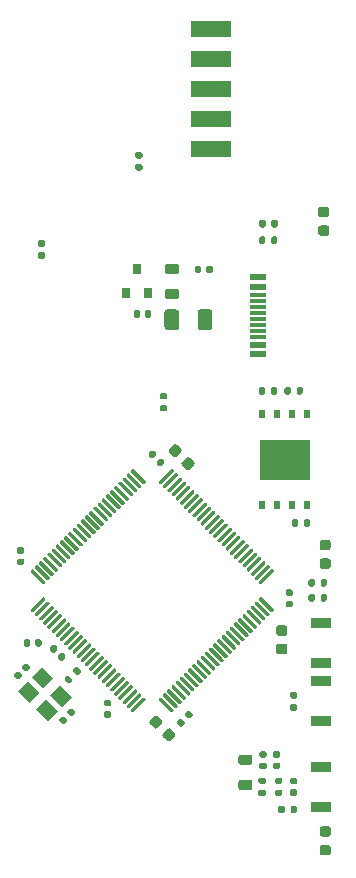
<source format=gbr>
%TF.GenerationSoftware,KiCad,Pcbnew,(5.1.9)-1*%
%TF.CreationDate,2021-03-10T22:07:46+01:00*%
%TF.ProjectId,poly_kb,706f6c79-5f6b-4622-9e6b-696361645f70,rev?*%
%TF.SameCoordinates,Original*%
%TF.FileFunction,Paste,Top*%
%TF.FilePolarity,Positive*%
%FSLAX46Y46*%
G04 Gerber Fmt 4.6, Leading zero omitted, Abs format (unit mm)*
G04 Created by KiCad (PCBNEW (5.1.9)-1) date 2021-03-10 22:07:46*
%MOMM*%
%LPD*%
G01*
G04 APERTURE LIST*
%ADD10R,3.500000X1.400000*%
%ADD11R,4.350000X3.450000*%
%ADD12R,0.500000X0.750000*%
%ADD13C,0.127000*%
%ADD14R,0.800000X0.900000*%
%ADD15R,1.700000X0.900000*%
%ADD16R,1.450000X0.600000*%
%ADD17R,1.450000X0.300000*%
G04 APERTURE END LIST*
D10*
%TO.C,J1*%
X550358000Y-169291000D03*
X550358000Y-166751000D03*
X550358000Y-164211000D03*
X550358000Y-161671000D03*
X550358000Y-159131000D03*
%TD*%
%TO.C,R12*%
G36*
G01*
X555029400Y-175405200D02*
X555029400Y-175775200D01*
G75*
G02*
X554894400Y-175910200I-135000J0D01*
G01*
X554624400Y-175910200D01*
G75*
G02*
X554489400Y-175775200I0J135000D01*
G01*
X554489400Y-175405200D01*
G75*
G02*
X554624400Y-175270200I135000J0D01*
G01*
X554894400Y-175270200D01*
G75*
G02*
X555029400Y-175405200I0J-135000D01*
G01*
G37*
G36*
G01*
X556049400Y-175405200D02*
X556049400Y-175775200D01*
G75*
G02*
X555914400Y-175910200I-135000J0D01*
G01*
X555644400Y-175910200D01*
G75*
G02*
X555509400Y-175775200I0J135000D01*
G01*
X555509400Y-175405200D01*
G75*
G02*
X555644400Y-175270200I135000J0D01*
G01*
X555914400Y-175270200D01*
G75*
G02*
X556049400Y-175405200I0J-135000D01*
G01*
G37*
%TD*%
%TO.C,R7*%
G36*
G01*
X559195000Y-205809000D02*
X559195000Y-206179000D01*
G75*
G02*
X559060000Y-206314000I-135000J0D01*
G01*
X558790000Y-206314000D01*
G75*
G02*
X558655000Y-206179000I0J135000D01*
G01*
X558655000Y-205809000D01*
G75*
G02*
X558790000Y-205674000I135000J0D01*
G01*
X559060000Y-205674000D01*
G75*
G02*
X559195000Y-205809000I0J-135000D01*
G01*
G37*
G36*
G01*
X560215000Y-205809000D02*
X560215000Y-206179000D01*
G75*
G02*
X560080000Y-206314000I-135000J0D01*
G01*
X559810000Y-206314000D01*
G75*
G02*
X559675000Y-206179000I0J135000D01*
G01*
X559675000Y-205809000D01*
G75*
G02*
X559810000Y-205674000I135000J0D01*
G01*
X560080000Y-205674000D01*
G75*
G02*
X560215000Y-205809000I0J-135000D01*
G01*
G37*
%TD*%
%TO.C,R6*%
G36*
G01*
X556655000Y-224986000D02*
X556655000Y-225356000D01*
G75*
G02*
X556520000Y-225491000I-135000J0D01*
G01*
X556250000Y-225491000D01*
G75*
G02*
X556115000Y-225356000I0J135000D01*
G01*
X556115000Y-224986000D01*
G75*
G02*
X556250000Y-224851000I135000J0D01*
G01*
X556520000Y-224851000D01*
G75*
G02*
X556655000Y-224986000I0J-135000D01*
G01*
G37*
G36*
G01*
X557675000Y-224986000D02*
X557675000Y-225356000D01*
G75*
G02*
X557540000Y-225491000I-135000J0D01*
G01*
X557270000Y-225491000D01*
G75*
G02*
X557135000Y-225356000I0J135000D01*
G01*
X557135000Y-224986000D01*
G75*
G02*
X557270000Y-224851000I135000J0D01*
G01*
X557540000Y-224851000D01*
G75*
G02*
X557675000Y-224986000I0J-135000D01*
G01*
G37*
%TD*%
%TO.C,R3*%
G36*
G01*
X559675000Y-207449000D02*
X559675000Y-207079000D01*
G75*
G02*
X559810000Y-206944000I135000J0D01*
G01*
X560080000Y-206944000D01*
G75*
G02*
X560215000Y-207079000I0J-135000D01*
G01*
X560215000Y-207449000D01*
G75*
G02*
X560080000Y-207584000I-135000J0D01*
G01*
X559810000Y-207584000D01*
G75*
G02*
X559675000Y-207449000I0J135000D01*
G01*
G37*
G36*
G01*
X558655000Y-207449000D02*
X558655000Y-207079000D01*
G75*
G02*
X558790000Y-206944000I135000J0D01*
G01*
X559060000Y-206944000D01*
G75*
G02*
X559195000Y-207079000I0J-135000D01*
G01*
X559195000Y-207449000D01*
G75*
G02*
X559060000Y-207584000I-135000J0D01*
G01*
X558790000Y-207584000D01*
G75*
G02*
X558655000Y-207449000I0J135000D01*
G01*
G37*
%TD*%
%TO.C,R1*%
G36*
G01*
X557588000Y-215787000D02*
X557218000Y-215787000D01*
G75*
G02*
X557083000Y-215652000I0J135000D01*
G01*
X557083000Y-215382000D01*
G75*
G02*
X557218000Y-215247000I135000J0D01*
G01*
X557588000Y-215247000D01*
G75*
G02*
X557723000Y-215382000I0J-135000D01*
G01*
X557723000Y-215652000D01*
G75*
G02*
X557588000Y-215787000I-135000J0D01*
G01*
G37*
G36*
G01*
X557588000Y-216807000D02*
X557218000Y-216807000D01*
G75*
G02*
X557083000Y-216672000I0J135000D01*
G01*
X557083000Y-216402000D01*
G75*
G02*
X557218000Y-216267000I135000J0D01*
G01*
X557588000Y-216267000D01*
G75*
G02*
X557723000Y-216402000I0J-135000D01*
G01*
X557723000Y-216672000D01*
G75*
G02*
X557588000Y-216807000I-135000J0D01*
G01*
G37*
%TD*%
D11*
%TO.C,U3*%
X556641000Y-195580000D03*
D12*
X554741000Y-199410000D03*
X556011000Y-199410000D03*
X558551000Y-199410000D03*
X557281000Y-199410000D03*
X558551000Y-191740000D03*
X557281000Y-191740000D03*
X554741000Y-191740000D03*
X556011000Y-191740000D03*
%TD*%
%TO.C,R13*%
G36*
G01*
X538408080Y-213856091D02*
X538669709Y-214117720D01*
G75*
G02*
X538669709Y-214308638I-95459J-95459D01*
G01*
X538478790Y-214499557D01*
G75*
G02*
X538287872Y-214499557I-95459J95459D01*
G01*
X538026243Y-214237928D01*
G75*
G02*
X538026243Y-214047010I95459J95459D01*
G01*
X538217162Y-213856091D01*
G75*
G02*
X538408080Y-213856091I95459J-95459D01*
G01*
G37*
G36*
G01*
X539129328Y-213134843D02*
X539390957Y-213396472D01*
G75*
G02*
X539390957Y-213587390I-95459J-95459D01*
G01*
X539200038Y-213778309D01*
G75*
G02*
X539009120Y-213778309I-95459J95459D01*
G01*
X538747491Y-213516680D01*
G75*
G02*
X538747491Y-213325762I95459J95459D01*
G01*
X538938410Y-213134843D01*
G75*
G02*
X539129328Y-213134843I95459J-95459D01*
G01*
G37*
%TD*%
%TO.C,C16*%
G36*
G01*
X534677629Y-213465787D02*
X534437213Y-213225371D01*
G75*
G02*
X534437213Y-213027381I98995J98995D01*
G01*
X534635203Y-212829391D01*
G75*
G02*
X534833193Y-212829391I98995J-98995D01*
G01*
X535073609Y-213069807D01*
G75*
G02*
X535073609Y-213267797I-98995J-98995D01*
G01*
X534875619Y-213465787D01*
G75*
G02*
X534677629Y-213465787I-98995J98995D01*
G01*
G37*
G36*
G01*
X533998807Y-214144609D02*
X533758391Y-213904193D01*
G75*
G02*
X533758391Y-213706203I98995J98995D01*
G01*
X533956381Y-213508213D01*
G75*
G02*
X534154371Y-213508213I98995J-98995D01*
G01*
X534394787Y-213748629D01*
G75*
G02*
X534394787Y-213946619I-98995J-98995D01*
G01*
X534196797Y-214144609D01*
G75*
G02*
X533998807Y-214144609I-98995J98995D01*
G01*
G37*
%TD*%
D13*
%TO.C,Y1*%
G36*
X535224984Y-213942431D02*
G01*
X536073512Y-213093903D01*
X537063462Y-214083853D01*
X536214934Y-214932381D01*
X535224984Y-213942431D01*
G37*
G36*
X536780619Y-215498066D02*
G01*
X537629147Y-214649538D01*
X538619097Y-215639488D01*
X537770569Y-216488016D01*
X536780619Y-215498066D01*
G37*
G36*
X535578538Y-216700147D02*
G01*
X536427066Y-215851619D01*
X537417016Y-216841569D01*
X536568488Y-217690097D01*
X535578538Y-216700147D01*
G37*
G36*
X534022903Y-215144512D02*
G01*
X534871431Y-214295984D01*
X535861381Y-215285934D01*
X535012853Y-216134462D01*
X534022903Y-215144512D01*
G37*
%TD*%
D14*
%TO.C,U1*%
X544118800Y-179441600D03*
X545068800Y-181441600D03*
X543168800Y-181441600D03*
%TD*%
D15*
%TO.C,SW3*%
X559689000Y-224966000D03*
X559689000Y-221566000D03*
%TD*%
%TO.C,SW2*%
X559689000Y-212774000D03*
X559689000Y-209374000D03*
%TD*%
%TO.C,SW1*%
X559689000Y-217727000D03*
X559689000Y-214327000D03*
%TD*%
%TO.C,R4*%
G36*
G01*
X546564400Y-190463200D02*
X546194400Y-190463200D01*
G75*
G02*
X546059400Y-190328200I0J135000D01*
G01*
X546059400Y-190058200D01*
G75*
G02*
X546194400Y-189923200I135000J0D01*
G01*
X546564400Y-189923200D01*
G75*
G02*
X546699400Y-190058200I0J-135000D01*
G01*
X546699400Y-190328200D01*
G75*
G02*
X546564400Y-190463200I-135000J0D01*
G01*
G37*
G36*
G01*
X546564400Y-191483200D02*
X546194400Y-191483200D01*
G75*
G02*
X546059400Y-191348200I0J135000D01*
G01*
X546059400Y-191078200D01*
G75*
G02*
X546194400Y-190943200I135000J0D01*
G01*
X546564400Y-190943200D01*
G75*
G02*
X546699400Y-191078200I0J-135000D01*
G01*
X546699400Y-191348200D01*
G75*
G02*
X546564400Y-191483200I-135000J0D01*
G01*
G37*
%TD*%
%TO.C,R15*%
G36*
G01*
X557796000Y-200729000D02*
X557796000Y-201099000D01*
G75*
G02*
X557661000Y-201234000I-135000J0D01*
G01*
X557391000Y-201234000D01*
G75*
G02*
X557256000Y-201099000I0J135000D01*
G01*
X557256000Y-200729000D01*
G75*
G02*
X557391000Y-200594000I135000J0D01*
G01*
X557661000Y-200594000D01*
G75*
G02*
X557796000Y-200729000I0J-135000D01*
G01*
G37*
G36*
G01*
X558816000Y-200729000D02*
X558816000Y-201099000D01*
G75*
G02*
X558681000Y-201234000I-135000J0D01*
G01*
X558411000Y-201234000D01*
G75*
G02*
X558276000Y-201099000I0J135000D01*
G01*
X558276000Y-200729000D01*
G75*
G02*
X558411000Y-200594000I135000J0D01*
G01*
X558681000Y-200594000D01*
G75*
G02*
X558816000Y-200729000I0J-135000D01*
G01*
G37*
%TD*%
%TO.C,R14*%
G36*
G01*
X557163000Y-189553000D02*
X557163000Y-189923000D01*
G75*
G02*
X557028000Y-190058000I-135000J0D01*
G01*
X556758000Y-190058000D01*
G75*
G02*
X556623000Y-189923000I0J135000D01*
G01*
X556623000Y-189553000D01*
G75*
G02*
X556758000Y-189418000I135000J0D01*
G01*
X557028000Y-189418000D01*
G75*
G02*
X557163000Y-189553000I0J-135000D01*
G01*
G37*
G36*
G01*
X558183000Y-189553000D02*
X558183000Y-189923000D01*
G75*
G02*
X558048000Y-190058000I-135000J0D01*
G01*
X557778000Y-190058000D01*
G75*
G02*
X557643000Y-189923000I0J135000D01*
G01*
X557643000Y-189553000D01*
G75*
G02*
X557778000Y-189418000I135000J0D01*
G01*
X558048000Y-189418000D01*
G75*
G02*
X558183000Y-189553000I0J-135000D01*
G01*
G37*
%TD*%
%TO.C,R11*%
G36*
G01*
X555484000Y-177172200D02*
X555484000Y-176802200D01*
G75*
G02*
X555619000Y-176667200I135000J0D01*
G01*
X555889000Y-176667200D01*
G75*
G02*
X556024000Y-176802200I0J-135000D01*
G01*
X556024000Y-177172200D01*
G75*
G02*
X555889000Y-177307200I-135000J0D01*
G01*
X555619000Y-177307200D01*
G75*
G02*
X555484000Y-177172200I0J135000D01*
G01*
G37*
G36*
G01*
X554464000Y-177172200D02*
X554464000Y-176802200D01*
G75*
G02*
X554599000Y-176667200I135000J0D01*
G01*
X554869000Y-176667200D01*
G75*
G02*
X555004000Y-176802200I0J-135000D01*
G01*
X555004000Y-177172200D01*
G75*
G02*
X554869000Y-177307200I-135000J0D01*
G01*
X554599000Y-177307200D01*
G75*
G02*
X554464000Y-177172200I0J135000D01*
G01*
G37*
%TD*%
%TO.C,R2*%
G36*
G01*
X555948000Y-223506000D02*
X556318000Y-223506000D01*
G75*
G02*
X556453000Y-223641000I0J-135000D01*
G01*
X556453000Y-223911000D01*
G75*
G02*
X556318000Y-224046000I-135000J0D01*
G01*
X555948000Y-224046000D01*
G75*
G02*
X555813000Y-223911000I0J135000D01*
G01*
X555813000Y-223641000D01*
G75*
G02*
X555948000Y-223506000I135000J0D01*
G01*
G37*
G36*
G01*
X555948000Y-222486000D02*
X556318000Y-222486000D01*
G75*
G02*
X556453000Y-222621000I0J-135000D01*
G01*
X556453000Y-222891000D01*
G75*
G02*
X556318000Y-223026000I-135000J0D01*
G01*
X555948000Y-223026000D01*
G75*
G02*
X555813000Y-222891000I0J135000D01*
G01*
X555813000Y-222621000D01*
G75*
G02*
X555948000Y-222486000I135000J0D01*
G01*
G37*
%TD*%
D16*
%TO.C,J2*%
X554374000Y-180138000D03*
X554374000Y-180938000D03*
X554374000Y-185838000D03*
X554374000Y-186638000D03*
X554374000Y-186638000D03*
X554374000Y-185838000D03*
X554374000Y-180938000D03*
X554374000Y-180138000D03*
D17*
X554374000Y-185138000D03*
X554374000Y-184638000D03*
X554374000Y-184138000D03*
X554374000Y-183138000D03*
X554374000Y-182638000D03*
X554374000Y-182138000D03*
X554374000Y-181638000D03*
X554374000Y-183638000D03*
%TD*%
%TO.C,FB1*%
G36*
G01*
X546709350Y-181117400D02*
X547471850Y-181117400D01*
G75*
G02*
X547690600Y-181336150I0J-218750D01*
G01*
X547690600Y-181773650D01*
G75*
G02*
X547471850Y-181992400I-218750J0D01*
G01*
X546709350Y-181992400D01*
G75*
G02*
X546490600Y-181773650I0J218750D01*
G01*
X546490600Y-181336150D01*
G75*
G02*
X546709350Y-181117400I218750J0D01*
G01*
G37*
G36*
G01*
X546709350Y-178992400D02*
X547471850Y-178992400D01*
G75*
G02*
X547690600Y-179211150I0J-218750D01*
G01*
X547690600Y-179648650D01*
G75*
G02*
X547471850Y-179867400I-218750J0D01*
G01*
X546709350Y-179867400D01*
G75*
G02*
X546490600Y-179648650I0J218750D01*
G01*
X546490600Y-179211150D01*
G75*
G02*
X546709350Y-178992400I218750J0D01*
G01*
G37*
%TD*%
%TO.C,D3*%
G36*
G01*
X560199250Y-175037000D02*
X559686750Y-175037000D01*
G75*
G02*
X559468000Y-174818250I0J218750D01*
G01*
X559468000Y-174380750D01*
G75*
G02*
X559686750Y-174162000I218750J0D01*
G01*
X560199250Y-174162000D01*
G75*
G02*
X560418000Y-174380750I0J-218750D01*
G01*
X560418000Y-174818250D01*
G75*
G02*
X560199250Y-175037000I-218750J0D01*
G01*
G37*
G36*
G01*
X560199250Y-176612000D02*
X559686750Y-176612000D01*
G75*
G02*
X559468000Y-176393250I0J218750D01*
G01*
X559468000Y-175955750D01*
G75*
G02*
X559686750Y-175737000I218750J0D01*
G01*
X560199250Y-175737000D01*
G75*
G02*
X560418000Y-175955750I0J-218750D01*
G01*
X560418000Y-176393250D01*
G75*
G02*
X560199250Y-176612000I-218750J0D01*
G01*
G37*
%TD*%
%TO.C,D2*%
G36*
G01*
X560326250Y-203231000D02*
X559813750Y-203231000D01*
G75*
G02*
X559595000Y-203012250I0J218750D01*
G01*
X559595000Y-202574750D01*
G75*
G02*
X559813750Y-202356000I218750J0D01*
G01*
X560326250Y-202356000D01*
G75*
G02*
X560545000Y-202574750I0J-218750D01*
G01*
X560545000Y-203012250D01*
G75*
G02*
X560326250Y-203231000I-218750J0D01*
G01*
G37*
G36*
G01*
X560326250Y-204806000D02*
X559813750Y-204806000D01*
G75*
G02*
X559595000Y-204587250I0J218750D01*
G01*
X559595000Y-204149750D01*
G75*
G02*
X559813750Y-203931000I218750J0D01*
G01*
X560326250Y-203931000D01*
G75*
G02*
X560545000Y-204149750I0J-218750D01*
G01*
X560545000Y-204587250D01*
G75*
G02*
X560326250Y-204806000I-218750J0D01*
G01*
G37*
%TD*%
%TO.C,D1*%
G36*
G01*
X559813750Y-228188000D02*
X560326250Y-228188000D01*
G75*
G02*
X560545000Y-228406750I0J-218750D01*
G01*
X560545000Y-228844250D01*
G75*
G02*
X560326250Y-229063000I-218750J0D01*
G01*
X559813750Y-229063000D01*
G75*
G02*
X559595000Y-228844250I0J218750D01*
G01*
X559595000Y-228406750D01*
G75*
G02*
X559813750Y-228188000I218750J0D01*
G01*
G37*
G36*
G01*
X559813750Y-226613000D02*
X560326250Y-226613000D01*
G75*
G02*
X560545000Y-226831750I0J-218750D01*
G01*
X560545000Y-227269250D01*
G75*
G02*
X560326250Y-227488000I-218750J0D01*
G01*
X559813750Y-227488000D01*
G75*
G02*
X559595000Y-227269250I0J218750D01*
G01*
X559595000Y-226831750D01*
G75*
G02*
X559813750Y-226613000I218750J0D01*
G01*
G37*
%TD*%
%TO.C,C1*%
G36*
G01*
X557573000Y-223066000D02*
X557233000Y-223066000D01*
G75*
G02*
X557093000Y-222926000I0J140000D01*
G01*
X557093000Y-222646000D01*
G75*
G02*
X557233000Y-222506000I140000J0D01*
G01*
X557573000Y-222506000D01*
G75*
G02*
X557713000Y-222646000I0J-140000D01*
G01*
X557713000Y-222926000D01*
G75*
G02*
X557573000Y-223066000I-140000J0D01*
G01*
G37*
G36*
G01*
X557573000Y-224026000D02*
X557233000Y-224026000D01*
G75*
G02*
X557093000Y-223886000I0J140000D01*
G01*
X557093000Y-223606000D01*
G75*
G02*
X557233000Y-223466000I140000J0D01*
G01*
X557573000Y-223466000D01*
G75*
G02*
X557713000Y-223606000I0J-140000D01*
G01*
X557713000Y-223886000D01*
G75*
G02*
X557573000Y-224026000I-140000J0D01*
G01*
G37*
%TD*%
%TO.C,C3*%
G36*
G01*
X544401400Y-183065600D02*
X544401400Y-183405600D01*
G75*
G02*
X544261400Y-183545600I-140000J0D01*
G01*
X543981400Y-183545600D01*
G75*
G02*
X543841400Y-183405600I0J140000D01*
G01*
X543841400Y-183065600D01*
G75*
G02*
X543981400Y-182925600I140000J0D01*
G01*
X544261400Y-182925600D01*
G75*
G02*
X544401400Y-183065600I0J-140000D01*
G01*
G37*
G36*
G01*
X545361400Y-183065600D02*
X545361400Y-183405600D01*
G75*
G02*
X545221400Y-183545600I-140000J0D01*
G01*
X544941400Y-183545600D01*
G75*
G02*
X544801400Y-183405600I0J140000D01*
G01*
X544801400Y-183065600D01*
G75*
G02*
X544941400Y-182925600I140000J0D01*
G01*
X545221400Y-182925600D01*
G75*
G02*
X545361400Y-183065600I0J-140000D01*
G01*
G37*
%TD*%
%TO.C,C2*%
G36*
G01*
X549983000Y-179621000D02*
X549983000Y-179281000D01*
G75*
G02*
X550123000Y-179141000I140000J0D01*
G01*
X550403000Y-179141000D01*
G75*
G02*
X550543000Y-179281000I0J-140000D01*
G01*
X550543000Y-179621000D01*
G75*
G02*
X550403000Y-179761000I-140000J0D01*
G01*
X550123000Y-179761000D01*
G75*
G02*
X549983000Y-179621000I0J140000D01*
G01*
G37*
G36*
G01*
X549023000Y-179621000D02*
X549023000Y-179281000D01*
G75*
G02*
X549163000Y-179141000I140000J0D01*
G01*
X549443000Y-179141000D01*
G75*
G02*
X549583000Y-179281000I0J-140000D01*
G01*
X549583000Y-179621000D01*
G75*
G02*
X549443000Y-179761000I-140000J0D01*
G01*
X549163000Y-179761000D01*
G75*
G02*
X549023000Y-179621000I0J140000D01*
G01*
G37*
%TD*%
%TO.C,C15*%
G36*
G01*
X547850367Y-194944813D02*
X547496813Y-195298367D01*
G75*
G02*
X547178615Y-195298367I-159099J159099D01*
G01*
X546860417Y-194980169D01*
G75*
G02*
X546860417Y-194661971I159099J159099D01*
G01*
X547213971Y-194308417D01*
G75*
G02*
X547532169Y-194308417I159099J-159099D01*
G01*
X547850367Y-194626615D01*
G75*
G02*
X547850367Y-194944813I-159099J-159099D01*
G01*
G37*
G36*
G01*
X548946383Y-196040829D02*
X548592829Y-196394383D01*
G75*
G02*
X548274631Y-196394383I-159099J159099D01*
G01*
X547956433Y-196076185D01*
G75*
G02*
X547956433Y-195757987I159099J159099D01*
G01*
X548309987Y-195404433D01*
G75*
G02*
X548628185Y-195404433I159099J-159099D01*
G01*
X548946383Y-195722631D01*
G75*
G02*
X548946383Y-196040829I-159099J-159099D01*
G01*
G37*
%TD*%
%TO.C,C14*%
G36*
G01*
X556137000Y-211145000D02*
X556637000Y-211145000D01*
G75*
G02*
X556862000Y-211370000I0J-225000D01*
G01*
X556862000Y-211820000D01*
G75*
G02*
X556637000Y-212045000I-225000J0D01*
G01*
X556137000Y-212045000D01*
G75*
G02*
X555912000Y-211820000I0J225000D01*
G01*
X555912000Y-211370000D01*
G75*
G02*
X556137000Y-211145000I225000J0D01*
G01*
G37*
G36*
G01*
X556137000Y-209595000D02*
X556637000Y-209595000D01*
G75*
G02*
X556862000Y-209820000I0J-225000D01*
G01*
X556862000Y-210270000D01*
G75*
G02*
X556637000Y-210495000I-225000J0D01*
G01*
X556137000Y-210495000D01*
G75*
G02*
X555912000Y-210270000I0J225000D01*
G01*
X555912000Y-209820000D01*
G75*
G02*
X556137000Y-209595000I225000J0D01*
G01*
G37*
%TD*%
%TO.C,C13*%
G36*
G01*
X534459000Y-203533400D02*
X534119000Y-203533400D01*
G75*
G02*
X533979000Y-203393400I0J140000D01*
G01*
X533979000Y-203113400D01*
G75*
G02*
X534119000Y-202973400I140000J0D01*
G01*
X534459000Y-202973400D01*
G75*
G02*
X534599000Y-203113400I0J-140000D01*
G01*
X534599000Y-203393400D01*
G75*
G02*
X534459000Y-203533400I-140000J0D01*
G01*
G37*
G36*
G01*
X534459000Y-204493400D02*
X534119000Y-204493400D01*
G75*
G02*
X533979000Y-204353400I0J140000D01*
G01*
X533979000Y-204073400D01*
G75*
G02*
X534119000Y-203933400I140000J0D01*
G01*
X534459000Y-203933400D01*
G75*
G02*
X534599000Y-204073400I0J-140000D01*
G01*
X534599000Y-204353400D01*
G75*
G02*
X534459000Y-204493400I-140000J0D01*
G01*
G37*
%TD*%
%TO.C,C12*%
G36*
G01*
X545748587Y-195191371D02*
X545508171Y-195431787D01*
G75*
G02*
X545310181Y-195431787I-98995J98995D01*
G01*
X545112191Y-195233797D01*
G75*
G02*
X545112191Y-195035807I98995J98995D01*
G01*
X545352607Y-194795391D01*
G75*
G02*
X545550597Y-194795391I98995J-98995D01*
G01*
X545748587Y-194993381D01*
G75*
G02*
X545748587Y-195191371I-98995J-98995D01*
G01*
G37*
G36*
G01*
X546427409Y-195870193D02*
X546186993Y-196110609D01*
G75*
G02*
X545989003Y-196110609I-98995J98995D01*
G01*
X545791013Y-195912619D01*
G75*
G02*
X545791013Y-195714629I98995J98995D01*
G01*
X546031429Y-195474213D01*
G75*
G02*
X546229419Y-195474213I98995J-98995D01*
G01*
X546427409Y-195672203D01*
G75*
G02*
X546427409Y-195870193I-98995J-98995D01*
G01*
G37*
%TD*%
%TO.C,C5*%
G36*
G01*
X554982200Y-220805400D02*
X554642200Y-220805400D01*
G75*
G02*
X554502200Y-220665400I0J140000D01*
G01*
X554502200Y-220385400D01*
G75*
G02*
X554642200Y-220245400I140000J0D01*
G01*
X554982200Y-220245400D01*
G75*
G02*
X555122200Y-220385400I0J-140000D01*
G01*
X555122200Y-220665400D01*
G75*
G02*
X554982200Y-220805400I-140000J0D01*
G01*
G37*
G36*
G01*
X554982200Y-221765400D02*
X554642200Y-221765400D01*
G75*
G02*
X554502200Y-221625400I0J140000D01*
G01*
X554502200Y-221345400D01*
G75*
G02*
X554642200Y-221205400I140000J0D01*
G01*
X554982200Y-221205400D01*
G75*
G02*
X555122200Y-221345400I0J-140000D01*
G01*
X555122200Y-221625400D01*
G75*
G02*
X554982200Y-221765400I-140000J0D01*
G01*
G37*
%TD*%
%TO.C,C4*%
G36*
G01*
X556125200Y-220805400D02*
X555785200Y-220805400D01*
G75*
G02*
X555645200Y-220665400I0J140000D01*
G01*
X555645200Y-220385400D01*
G75*
G02*
X555785200Y-220245400I140000J0D01*
G01*
X556125200Y-220245400D01*
G75*
G02*
X556265200Y-220385400I0J-140000D01*
G01*
X556265200Y-220665400D01*
G75*
G02*
X556125200Y-220805400I-140000J0D01*
G01*
G37*
G36*
G01*
X556125200Y-221765400D02*
X555785200Y-221765400D01*
G75*
G02*
X555645200Y-221625400I0J140000D01*
G01*
X555645200Y-221345400D01*
G75*
G02*
X555785200Y-221205400I140000J0D01*
G01*
X556125200Y-221205400D01*
G75*
G02*
X556265200Y-221345400I0J-140000D01*
G01*
X556265200Y-221625400D01*
G75*
G02*
X556125200Y-221765400I-140000J0D01*
G01*
G37*
%TD*%
%TO.C,C11*%
G36*
G01*
X541485000Y-216862000D02*
X541825000Y-216862000D01*
G75*
G02*
X541965000Y-217002000I0J-140000D01*
G01*
X541965000Y-217282000D01*
G75*
G02*
X541825000Y-217422000I-140000J0D01*
G01*
X541485000Y-217422000D01*
G75*
G02*
X541345000Y-217282000I0J140000D01*
G01*
X541345000Y-217002000D01*
G75*
G02*
X541485000Y-216862000I140000J0D01*
G01*
G37*
G36*
G01*
X541485000Y-215902000D02*
X541825000Y-215902000D01*
G75*
G02*
X541965000Y-216042000I0J-140000D01*
G01*
X541965000Y-216322000D01*
G75*
G02*
X541825000Y-216462000I-140000J0D01*
G01*
X541485000Y-216462000D01*
G75*
G02*
X541345000Y-216322000I0J140000D01*
G01*
X541345000Y-216042000D01*
G75*
G02*
X541485000Y-215902000I140000J0D01*
G01*
G37*
%TD*%
%TO.C,C10*%
G36*
G01*
X557192000Y-207114800D02*
X556852000Y-207114800D01*
G75*
G02*
X556712000Y-206974800I0J140000D01*
G01*
X556712000Y-206694800D01*
G75*
G02*
X556852000Y-206554800I140000J0D01*
G01*
X557192000Y-206554800D01*
G75*
G02*
X557332000Y-206694800I0J-140000D01*
G01*
X557332000Y-206974800D01*
G75*
G02*
X557192000Y-207114800I-140000J0D01*
G01*
G37*
G36*
G01*
X557192000Y-208074800D02*
X556852000Y-208074800D01*
G75*
G02*
X556712000Y-207934800I0J140000D01*
G01*
X556712000Y-207654800D01*
G75*
G02*
X556852000Y-207514800I140000J0D01*
G01*
X557192000Y-207514800D01*
G75*
G02*
X557332000Y-207654800I0J-140000D01*
G01*
X557332000Y-207934800D01*
G75*
G02*
X557192000Y-208074800I-140000J0D01*
G01*
G37*
%TD*%
%TO.C,C9*%
G36*
G01*
X535105000Y-210904000D02*
X535105000Y-211244000D01*
G75*
G02*
X534965000Y-211384000I-140000J0D01*
G01*
X534685000Y-211384000D01*
G75*
G02*
X534545000Y-211244000I0J140000D01*
G01*
X534545000Y-210904000D01*
G75*
G02*
X534685000Y-210764000I140000J0D01*
G01*
X534965000Y-210764000D01*
G75*
G02*
X535105000Y-210904000I0J-140000D01*
G01*
G37*
G36*
G01*
X536065000Y-210904000D02*
X536065000Y-211244000D01*
G75*
G02*
X535925000Y-211384000I-140000J0D01*
G01*
X535645000Y-211384000D01*
G75*
G02*
X535505000Y-211244000I0J140000D01*
G01*
X535505000Y-210904000D01*
G75*
G02*
X535645000Y-210764000I140000J0D01*
G01*
X535925000Y-210764000D01*
G75*
G02*
X536065000Y-210904000I0J-140000D01*
G01*
G37*
%TD*%
%TO.C,C8*%
G36*
G01*
X537401198Y-211659782D02*
X537160782Y-211900198D01*
G75*
G02*
X536962792Y-211900198I-98995J98995D01*
G01*
X536764802Y-211702208D01*
G75*
G02*
X536764802Y-211504218I98995J98995D01*
G01*
X537005218Y-211263802D01*
G75*
G02*
X537203208Y-211263802I98995J-98995D01*
G01*
X537401198Y-211461792D01*
G75*
G02*
X537401198Y-211659782I-98995J-98995D01*
G01*
G37*
G36*
G01*
X538080020Y-212338604D02*
X537839604Y-212579020D01*
G75*
G02*
X537641614Y-212579020I-98995J98995D01*
G01*
X537443624Y-212381030D01*
G75*
G02*
X537443624Y-212183040I98995J98995D01*
G01*
X537684040Y-211942624D01*
G75*
G02*
X537882030Y-211942624I98995J-98995D01*
G01*
X538080020Y-212140614D01*
G75*
G02*
X538080020Y-212338604I-98995J-98995D01*
G01*
G37*
%TD*%
%TO.C,C7*%
G36*
G01*
X547921171Y-217521413D02*
X548161587Y-217761829D01*
G75*
G02*
X548161587Y-217959819I-98995J-98995D01*
G01*
X547963597Y-218157809D01*
G75*
G02*
X547765607Y-218157809I-98995J98995D01*
G01*
X547525191Y-217917393D01*
G75*
G02*
X547525191Y-217719403I98995J98995D01*
G01*
X547723181Y-217521413D01*
G75*
G02*
X547921171Y-217521413I98995J-98995D01*
G01*
G37*
G36*
G01*
X548599993Y-216842591D02*
X548840409Y-217083007D01*
G75*
G02*
X548840409Y-217280997I-98995J-98995D01*
G01*
X548642419Y-217478987D01*
G75*
G02*
X548444429Y-217478987I-98995J98995D01*
G01*
X548204013Y-217238571D01*
G75*
G02*
X548204013Y-217040581I98995J98995D01*
G01*
X548402003Y-216842591D01*
G75*
G02*
X548599993Y-216842591I98995J-98995D01*
G01*
G37*
%TD*%
%TO.C,C6*%
G36*
G01*
X546341625Y-218730379D02*
X546695179Y-218376825D01*
G75*
G02*
X547013377Y-218376825I159099J-159099D01*
G01*
X547331575Y-218695023D01*
G75*
G02*
X547331575Y-219013221I-159099J-159099D01*
G01*
X546978021Y-219366775D01*
G75*
G02*
X546659823Y-219366775I-159099J159099D01*
G01*
X546341625Y-219048577D01*
G75*
G02*
X546341625Y-218730379I159099J159099D01*
G01*
G37*
G36*
G01*
X545245609Y-217634363D02*
X545599163Y-217280809D01*
G75*
G02*
X545917361Y-217280809I159099J-159099D01*
G01*
X546235559Y-217599007D01*
G75*
G02*
X546235559Y-217917205I-159099J-159099D01*
G01*
X545882005Y-218270759D01*
G75*
G02*
X545563807Y-218270759I-159099J159099D01*
G01*
X545245609Y-217952561D01*
G75*
G02*
X545245609Y-217634363I159099J159099D01*
G01*
G37*
%TD*%
%TO.C,R10*%
G36*
G01*
X555482000Y-189923000D02*
X555482000Y-189553000D01*
G75*
G02*
X555617000Y-189418000I135000J0D01*
G01*
X555887000Y-189418000D01*
G75*
G02*
X556022000Y-189553000I0J-135000D01*
G01*
X556022000Y-189923000D01*
G75*
G02*
X555887000Y-190058000I-135000J0D01*
G01*
X555617000Y-190058000D01*
G75*
G02*
X555482000Y-189923000I0J135000D01*
G01*
G37*
G36*
G01*
X554462000Y-189923000D02*
X554462000Y-189553000D01*
G75*
G02*
X554597000Y-189418000I135000J0D01*
G01*
X554867000Y-189418000D01*
G75*
G02*
X555002000Y-189553000I0J-135000D01*
G01*
X555002000Y-189923000D01*
G75*
G02*
X554867000Y-190058000I-135000J0D01*
G01*
X554597000Y-190058000D01*
G75*
G02*
X554462000Y-189923000I0J135000D01*
G01*
G37*
%TD*%
%TO.C,R9*%
G36*
G01*
X554921000Y-223026000D02*
X554551000Y-223026000D01*
G75*
G02*
X554416000Y-222891000I0J135000D01*
G01*
X554416000Y-222621000D01*
G75*
G02*
X554551000Y-222486000I135000J0D01*
G01*
X554921000Y-222486000D01*
G75*
G02*
X555056000Y-222621000I0J-135000D01*
G01*
X555056000Y-222891000D01*
G75*
G02*
X554921000Y-223026000I-135000J0D01*
G01*
G37*
G36*
G01*
X554921000Y-224046000D02*
X554551000Y-224046000D01*
G75*
G02*
X554416000Y-223911000I0J135000D01*
G01*
X554416000Y-223641000D01*
G75*
G02*
X554551000Y-223506000I135000J0D01*
G01*
X554921000Y-223506000D01*
G75*
G02*
X555056000Y-223641000I0J-135000D01*
G01*
X555056000Y-223911000D01*
G75*
G02*
X554921000Y-224046000I-135000J0D01*
G01*
G37*
%TD*%
%TO.C,R8*%
G36*
G01*
X536226600Y-177534600D02*
X535856600Y-177534600D01*
G75*
G02*
X535721600Y-177399600I0J135000D01*
G01*
X535721600Y-177129600D01*
G75*
G02*
X535856600Y-176994600I135000J0D01*
G01*
X536226600Y-176994600D01*
G75*
G02*
X536361600Y-177129600I0J-135000D01*
G01*
X536361600Y-177399600D01*
G75*
G02*
X536226600Y-177534600I-135000J0D01*
G01*
G37*
G36*
G01*
X536226600Y-178554600D02*
X535856600Y-178554600D01*
G75*
G02*
X535721600Y-178419600I0J135000D01*
G01*
X535721600Y-178149600D01*
G75*
G02*
X535856600Y-178014600I135000J0D01*
G01*
X536226600Y-178014600D01*
G75*
G02*
X536361600Y-178149600I0J-135000D01*
G01*
X536361600Y-178419600D01*
G75*
G02*
X536226600Y-178554600I-135000J0D01*
G01*
G37*
%TD*%
%TO.C,R5*%
G36*
G01*
X544481600Y-170067000D02*
X544111600Y-170067000D01*
G75*
G02*
X543976600Y-169932000I0J135000D01*
G01*
X543976600Y-169662000D01*
G75*
G02*
X544111600Y-169527000I135000J0D01*
G01*
X544481600Y-169527000D01*
G75*
G02*
X544616600Y-169662000I0J-135000D01*
G01*
X544616600Y-169932000D01*
G75*
G02*
X544481600Y-170067000I-135000J0D01*
G01*
G37*
G36*
G01*
X544481600Y-171087000D02*
X544111600Y-171087000D01*
G75*
G02*
X543976600Y-170952000I0J135000D01*
G01*
X543976600Y-170682000D01*
G75*
G02*
X544111600Y-170547000I135000J0D01*
G01*
X544481600Y-170547000D01*
G75*
G02*
X544616600Y-170682000I0J-135000D01*
G01*
X544616600Y-170952000D01*
G75*
G02*
X544481600Y-171087000I-135000J0D01*
G01*
G37*
%TD*%
%TO.C,FB2*%
G36*
G01*
X552932350Y-222671800D02*
X553694850Y-222671800D01*
G75*
G02*
X553913600Y-222890550I0J-218750D01*
G01*
X553913600Y-223328050D01*
G75*
G02*
X553694850Y-223546800I-218750J0D01*
G01*
X552932350Y-223546800D01*
G75*
G02*
X552713600Y-223328050I0J218750D01*
G01*
X552713600Y-222890550D01*
G75*
G02*
X552932350Y-222671800I218750J0D01*
G01*
G37*
G36*
G01*
X552932350Y-220546800D02*
X553694850Y-220546800D01*
G75*
G02*
X553913600Y-220765550I0J-218750D01*
G01*
X553913600Y-221203050D01*
G75*
G02*
X553694850Y-221421800I-218750J0D01*
G01*
X552932350Y-221421800D01*
G75*
G02*
X552713600Y-221203050I0J218750D01*
G01*
X552713600Y-220765550D01*
G75*
G02*
X552932350Y-220546800I218750J0D01*
G01*
G37*
%TD*%
%TO.C,F1*%
G36*
G01*
X549262600Y-184343200D02*
X549262600Y-183093200D01*
G75*
G02*
X549512600Y-182843200I250000J0D01*
G01*
X550262600Y-182843200D01*
G75*
G02*
X550512600Y-183093200I0J-250000D01*
G01*
X550512600Y-184343200D01*
G75*
G02*
X550262600Y-184593200I-250000J0D01*
G01*
X549512600Y-184593200D01*
G75*
G02*
X549262600Y-184343200I0J250000D01*
G01*
G37*
G36*
G01*
X546462600Y-184343200D02*
X546462600Y-183093200D01*
G75*
G02*
X546712600Y-182843200I250000J0D01*
G01*
X547462600Y-182843200D01*
G75*
G02*
X547712600Y-183093200I0J-250000D01*
G01*
X547712600Y-184343200D01*
G75*
G02*
X547462600Y-184593200I-250000J0D01*
G01*
X546712600Y-184593200D01*
G75*
G02*
X546462600Y-184343200I0J250000D01*
G01*
G37*
%TD*%
%TO.C,C17*%
G36*
G01*
X537964371Y-217318213D02*
X538204787Y-217558629D01*
G75*
G02*
X538204787Y-217756619I-98995J-98995D01*
G01*
X538006797Y-217954609D01*
G75*
G02*
X537808807Y-217954609I-98995J98995D01*
G01*
X537568391Y-217714193D01*
G75*
G02*
X537568391Y-217516203I98995J98995D01*
G01*
X537766381Y-217318213D01*
G75*
G02*
X537964371Y-217318213I98995J-98995D01*
G01*
G37*
G36*
G01*
X538643193Y-216639391D02*
X538883609Y-216879807D01*
G75*
G02*
X538883609Y-217077797I-98995J-98995D01*
G01*
X538685619Y-217275787D01*
G75*
G02*
X538487629Y-217275787I-98995J98995D01*
G01*
X538247213Y-217035371D01*
G75*
G02*
X538247213Y-216837381I98995J98995D01*
G01*
X538445203Y-216639391D01*
G75*
G02*
X538643193Y-216639391I98995J-98995D01*
G01*
G37*
%TD*%
%TO.C,U2*%
G36*
G01*
X536167946Y-206097269D02*
X535142642Y-205071965D01*
G75*
G02*
X535142642Y-204965899I53033J53033D01*
G01*
X535248708Y-204859833D01*
G75*
G02*
X535354774Y-204859833I53033J-53033D01*
G01*
X536380078Y-205885137D01*
G75*
G02*
X536380078Y-205991203I-53033J-53033D01*
G01*
X536274012Y-206097269D01*
G75*
G02*
X536167946Y-206097269I-53033J53033D01*
G01*
G37*
G36*
G01*
X536521499Y-205743716D02*
X535496195Y-204718412D01*
G75*
G02*
X535496195Y-204612346I53033J53033D01*
G01*
X535602261Y-204506280D01*
G75*
G02*
X535708327Y-204506280I53033J-53033D01*
G01*
X536733631Y-205531584D01*
G75*
G02*
X536733631Y-205637650I-53033J-53033D01*
G01*
X536627565Y-205743716D01*
G75*
G02*
X536521499Y-205743716I-53033J53033D01*
G01*
G37*
G36*
G01*
X536875053Y-205390162D02*
X535849749Y-204364858D01*
G75*
G02*
X535849749Y-204258792I53033J53033D01*
G01*
X535955815Y-204152726D01*
G75*
G02*
X536061881Y-204152726I53033J-53033D01*
G01*
X537087185Y-205178030D01*
G75*
G02*
X537087185Y-205284096I-53033J-53033D01*
G01*
X536981119Y-205390162D01*
G75*
G02*
X536875053Y-205390162I-53033J53033D01*
G01*
G37*
G36*
G01*
X537228606Y-205036609D02*
X536203302Y-204011305D01*
G75*
G02*
X536203302Y-203905239I53033J53033D01*
G01*
X536309368Y-203799173D01*
G75*
G02*
X536415434Y-203799173I53033J-53033D01*
G01*
X537440738Y-204824477D01*
G75*
G02*
X537440738Y-204930543I-53033J-53033D01*
G01*
X537334672Y-205036609D01*
G75*
G02*
X537228606Y-205036609I-53033J53033D01*
G01*
G37*
G36*
G01*
X537582159Y-204683056D02*
X536556855Y-203657752D01*
G75*
G02*
X536556855Y-203551686I53033J53033D01*
G01*
X536662921Y-203445620D01*
G75*
G02*
X536768987Y-203445620I53033J-53033D01*
G01*
X537794291Y-204470924D01*
G75*
G02*
X537794291Y-204576990I-53033J-53033D01*
G01*
X537688225Y-204683056D01*
G75*
G02*
X537582159Y-204683056I-53033J53033D01*
G01*
G37*
G36*
G01*
X537935713Y-204329502D02*
X536910409Y-203304198D01*
G75*
G02*
X536910409Y-203198132I53033J53033D01*
G01*
X537016475Y-203092066D01*
G75*
G02*
X537122541Y-203092066I53033J-53033D01*
G01*
X538147845Y-204117370D01*
G75*
G02*
X538147845Y-204223436I-53033J-53033D01*
G01*
X538041779Y-204329502D01*
G75*
G02*
X537935713Y-204329502I-53033J53033D01*
G01*
G37*
G36*
G01*
X538289266Y-203975949D02*
X537263962Y-202950645D01*
G75*
G02*
X537263962Y-202844579I53033J53033D01*
G01*
X537370028Y-202738513D01*
G75*
G02*
X537476094Y-202738513I53033J-53033D01*
G01*
X538501398Y-203763817D01*
G75*
G02*
X538501398Y-203869883I-53033J-53033D01*
G01*
X538395332Y-203975949D01*
G75*
G02*
X538289266Y-203975949I-53033J53033D01*
G01*
G37*
G36*
G01*
X538642820Y-203622395D02*
X537617516Y-202597091D01*
G75*
G02*
X537617516Y-202491025I53033J53033D01*
G01*
X537723582Y-202384959D01*
G75*
G02*
X537829648Y-202384959I53033J-53033D01*
G01*
X538854952Y-203410263D01*
G75*
G02*
X538854952Y-203516329I-53033J-53033D01*
G01*
X538748886Y-203622395D01*
G75*
G02*
X538642820Y-203622395I-53033J53033D01*
G01*
G37*
G36*
G01*
X538996373Y-203268842D02*
X537971069Y-202243538D01*
G75*
G02*
X537971069Y-202137472I53033J53033D01*
G01*
X538077135Y-202031406D01*
G75*
G02*
X538183201Y-202031406I53033J-53033D01*
G01*
X539208505Y-203056710D01*
G75*
G02*
X539208505Y-203162776I-53033J-53033D01*
G01*
X539102439Y-203268842D01*
G75*
G02*
X538996373Y-203268842I-53033J53033D01*
G01*
G37*
G36*
G01*
X539349926Y-202915289D02*
X538324622Y-201889985D01*
G75*
G02*
X538324622Y-201783919I53033J53033D01*
G01*
X538430688Y-201677853D01*
G75*
G02*
X538536754Y-201677853I53033J-53033D01*
G01*
X539562058Y-202703157D01*
G75*
G02*
X539562058Y-202809223I-53033J-53033D01*
G01*
X539455992Y-202915289D01*
G75*
G02*
X539349926Y-202915289I-53033J53033D01*
G01*
G37*
G36*
G01*
X539703480Y-202561735D02*
X538678176Y-201536431D01*
G75*
G02*
X538678176Y-201430365I53033J53033D01*
G01*
X538784242Y-201324299D01*
G75*
G02*
X538890308Y-201324299I53033J-53033D01*
G01*
X539915612Y-202349603D01*
G75*
G02*
X539915612Y-202455669I-53033J-53033D01*
G01*
X539809546Y-202561735D01*
G75*
G02*
X539703480Y-202561735I-53033J53033D01*
G01*
G37*
G36*
G01*
X540057033Y-202208182D02*
X539031729Y-201182878D01*
G75*
G02*
X539031729Y-201076812I53033J53033D01*
G01*
X539137795Y-200970746D01*
G75*
G02*
X539243861Y-200970746I53033J-53033D01*
G01*
X540269165Y-201996050D01*
G75*
G02*
X540269165Y-202102116I-53033J-53033D01*
G01*
X540163099Y-202208182D01*
G75*
G02*
X540057033Y-202208182I-53033J53033D01*
G01*
G37*
G36*
G01*
X540410586Y-201854628D02*
X539385282Y-200829324D01*
G75*
G02*
X539385282Y-200723258I53033J53033D01*
G01*
X539491348Y-200617192D01*
G75*
G02*
X539597414Y-200617192I53033J-53033D01*
G01*
X540622718Y-201642496D01*
G75*
G02*
X540622718Y-201748562I-53033J-53033D01*
G01*
X540516652Y-201854628D01*
G75*
G02*
X540410586Y-201854628I-53033J53033D01*
G01*
G37*
G36*
G01*
X540764140Y-201501075D02*
X539738836Y-200475771D01*
G75*
G02*
X539738836Y-200369705I53033J53033D01*
G01*
X539844902Y-200263639D01*
G75*
G02*
X539950968Y-200263639I53033J-53033D01*
G01*
X540976272Y-201288943D01*
G75*
G02*
X540976272Y-201395009I-53033J-53033D01*
G01*
X540870206Y-201501075D01*
G75*
G02*
X540764140Y-201501075I-53033J53033D01*
G01*
G37*
G36*
G01*
X541117693Y-201147522D02*
X540092389Y-200122218D01*
G75*
G02*
X540092389Y-200016152I53033J53033D01*
G01*
X540198455Y-199910086D01*
G75*
G02*
X540304521Y-199910086I53033J-53033D01*
G01*
X541329825Y-200935390D01*
G75*
G02*
X541329825Y-201041456I-53033J-53033D01*
G01*
X541223759Y-201147522D01*
G75*
G02*
X541117693Y-201147522I-53033J53033D01*
G01*
G37*
G36*
G01*
X541471247Y-200793968D02*
X540445943Y-199768664D01*
G75*
G02*
X540445943Y-199662598I53033J53033D01*
G01*
X540552009Y-199556532D01*
G75*
G02*
X540658075Y-199556532I53033J-53033D01*
G01*
X541683379Y-200581836D01*
G75*
G02*
X541683379Y-200687902I-53033J-53033D01*
G01*
X541577313Y-200793968D01*
G75*
G02*
X541471247Y-200793968I-53033J53033D01*
G01*
G37*
G36*
G01*
X541824800Y-200440415D02*
X540799496Y-199415111D01*
G75*
G02*
X540799496Y-199309045I53033J53033D01*
G01*
X540905562Y-199202979D01*
G75*
G02*
X541011628Y-199202979I53033J-53033D01*
G01*
X542036932Y-200228283D01*
G75*
G02*
X542036932Y-200334349I-53033J-53033D01*
G01*
X541930866Y-200440415D01*
G75*
G02*
X541824800Y-200440415I-53033J53033D01*
G01*
G37*
G36*
G01*
X542178353Y-200086862D02*
X541153049Y-199061558D01*
G75*
G02*
X541153049Y-198955492I53033J53033D01*
G01*
X541259115Y-198849426D01*
G75*
G02*
X541365181Y-198849426I53033J-53033D01*
G01*
X542390485Y-199874730D01*
G75*
G02*
X542390485Y-199980796I-53033J-53033D01*
G01*
X542284419Y-200086862D01*
G75*
G02*
X542178353Y-200086862I-53033J53033D01*
G01*
G37*
G36*
G01*
X542531907Y-199733308D02*
X541506603Y-198708004D01*
G75*
G02*
X541506603Y-198601938I53033J53033D01*
G01*
X541612669Y-198495872D01*
G75*
G02*
X541718735Y-198495872I53033J-53033D01*
G01*
X542744039Y-199521176D01*
G75*
G02*
X542744039Y-199627242I-53033J-53033D01*
G01*
X542637973Y-199733308D01*
G75*
G02*
X542531907Y-199733308I-53033J53033D01*
G01*
G37*
G36*
G01*
X542885460Y-199379755D02*
X541860156Y-198354451D01*
G75*
G02*
X541860156Y-198248385I53033J53033D01*
G01*
X541966222Y-198142319D01*
G75*
G02*
X542072288Y-198142319I53033J-53033D01*
G01*
X543097592Y-199167623D01*
G75*
G02*
X543097592Y-199273689I-53033J-53033D01*
G01*
X542991526Y-199379755D01*
G75*
G02*
X542885460Y-199379755I-53033J53033D01*
G01*
G37*
G36*
G01*
X543239014Y-199026201D02*
X542213710Y-198000897D01*
G75*
G02*
X542213710Y-197894831I53033J53033D01*
G01*
X542319776Y-197788765D01*
G75*
G02*
X542425842Y-197788765I53033J-53033D01*
G01*
X543451146Y-198814069D01*
G75*
G02*
X543451146Y-198920135I-53033J-53033D01*
G01*
X543345080Y-199026201D01*
G75*
G02*
X543239014Y-199026201I-53033J53033D01*
G01*
G37*
G36*
G01*
X543592567Y-198672648D02*
X542567263Y-197647344D01*
G75*
G02*
X542567263Y-197541278I53033J53033D01*
G01*
X542673329Y-197435212D01*
G75*
G02*
X542779395Y-197435212I53033J-53033D01*
G01*
X543804699Y-198460516D01*
G75*
G02*
X543804699Y-198566582I-53033J-53033D01*
G01*
X543698633Y-198672648D01*
G75*
G02*
X543592567Y-198672648I-53033J53033D01*
G01*
G37*
G36*
G01*
X543946120Y-198319095D02*
X542920816Y-197293791D01*
G75*
G02*
X542920816Y-197187725I53033J53033D01*
G01*
X543026882Y-197081659D01*
G75*
G02*
X543132948Y-197081659I53033J-53033D01*
G01*
X544158252Y-198106963D01*
G75*
G02*
X544158252Y-198213029I-53033J-53033D01*
G01*
X544052186Y-198319095D01*
G75*
G02*
X543946120Y-198319095I-53033J53033D01*
G01*
G37*
G36*
G01*
X544299674Y-197965541D02*
X543274370Y-196940237D01*
G75*
G02*
X543274370Y-196834171I53033J53033D01*
G01*
X543380436Y-196728105D01*
G75*
G02*
X543486502Y-196728105I53033J-53033D01*
G01*
X544511806Y-197753409D01*
G75*
G02*
X544511806Y-197859475I-53033J-53033D01*
G01*
X544405740Y-197965541D01*
G75*
G02*
X544299674Y-197965541I-53033J53033D01*
G01*
G37*
G36*
G01*
X544653227Y-197611988D02*
X543627923Y-196586684D01*
G75*
G02*
X543627923Y-196480618I53033J53033D01*
G01*
X543733989Y-196374552D01*
G75*
G02*
X543840055Y-196374552I53033J-53033D01*
G01*
X544865359Y-197399856D01*
G75*
G02*
X544865359Y-197505922I-53033J-53033D01*
G01*
X544759293Y-197611988D01*
G75*
G02*
X544653227Y-197611988I-53033J53033D01*
G01*
G37*
G36*
G01*
X546102797Y-197611988D02*
X545996731Y-197505922D01*
G75*
G02*
X545996731Y-197399856I53033J53033D01*
G01*
X547022035Y-196374552D01*
G75*
G02*
X547128101Y-196374552I53033J-53033D01*
G01*
X547234167Y-196480618D01*
G75*
G02*
X547234167Y-196586684I-53033J-53033D01*
G01*
X546208863Y-197611988D01*
G75*
G02*
X546102797Y-197611988I-53033J53033D01*
G01*
G37*
G36*
G01*
X546456350Y-197965541D02*
X546350284Y-197859475D01*
G75*
G02*
X546350284Y-197753409I53033J53033D01*
G01*
X547375588Y-196728105D01*
G75*
G02*
X547481654Y-196728105I53033J-53033D01*
G01*
X547587720Y-196834171D01*
G75*
G02*
X547587720Y-196940237I-53033J-53033D01*
G01*
X546562416Y-197965541D01*
G75*
G02*
X546456350Y-197965541I-53033J53033D01*
G01*
G37*
G36*
G01*
X546809904Y-198319095D02*
X546703838Y-198213029D01*
G75*
G02*
X546703838Y-198106963I53033J53033D01*
G01*
X547729142Y-197081659D01*
G75*
G02*
X547835208Y-197081659I53033J-53033D01*
G01*
X547941274Y-197187725D01*
G75*
G02*
X547941274Y-197293791I-53033J-53033D01*
G01*
X546915970Y-198319095D01*
G75*
G02*
X546809904Y-198319095I-53033J53033D01*
G01*
G37*
G36*
G01*
X547163457Y-198672648D02*
X547057391Y-198566582D01*
G75*
G02*
X547057391Y-198460516I53033J53033D01*
G01*
X548082695Y-197435212D01*
G75*
G02*
X548188761Y-197435212I53033J-53033D01*
G01*
X548294827Y-197541278D01*
G75*
G02*
X548294827Y-197647344I-53033J-53033D01*
G01*
X547269523Y-198672648D01*
G75*
G02*
X547163457Y-198672648I-53033J53033D01*
G01*
G37*
G36*
G01*
X547517010Y-199026201D02*
X547410944Y-198920135D01*
G75*
G02*
X547410944Y-198814069I53033J53033D01*
G01*
X548436248Y-197788765D01*
G75*
G02*
X548542314Y-197788765I53033J-53033D01*
G01*
X548648380Y-197894831D01*
G75*
G02*
X548648380Y-198000897I-53033J-53033D01*
G01*
X547623076Y-199026201D01*
G75*
G02*
X547517010Y-199026201I-53033J53033D01*
G01*
G37*
G36*
G01*
X547870564Y-199379755D02*
X547764498Y-199273689D01*
G75*
G02*
X547764498Y-199167623I53033J53033D01*
G01*
X548789802Y-198142319D01*
G75*
G02*
X548895868Y-198142319I53033J-53033D01*
G01*
X549001934Y-198248385D01*
G75*
G02*
X549001934Y-198354451I-53033J-53033D01*
G01*
X547976630Y-199379755D01*
G75*
G02*
X547870564Y-199379755I-53033J53033D01*
G01*
G37*
G36*
G01*
X548224117Y-199733308D02*
X548118051Y-199627242D01*
G75*
G02*
X548118051Y-199521176I53033J53033D01*
G01*
X549143355Y-198495872D01*
G75*
G02*
X549249421Y-198495872I53033J-53033D01*
G01*
X549355487Y-198601938D01*
G75*
G02*
X549355487Y-198708004I-53033J-53033D01*
G01*
X548330183Y-199733308D01*
G75*
G02*
X548224117Y-199733308I-53033J53033D01*
G01*
G37*
G36*
G01*
X548577671Y-200086862D02*
X548471605Y-199980796D01*
G75*
G02*
X548471605Y-199874730I53033J53033D01*
G01*
X549496909Y-198849426D01*
G75*
G02*
X549602975Y-198849426I53033J-53033D01*
G01*
X549709041Y-198955492D01*
G75*
G02*
X549709041Y-199061558I-53033J-53033D01*
G01*
X548683737Y-200086862D01*
G75*
G02*
X548577671Y-200086862I-53033J53033D01*
G01*
G37*
G36*
G01*
X548931224Y-200440415D02*
X548825158Y-200334349D01*
G75*
G02*
X548825158Y-200228283I53033J53033D01*
G01*
X549850462Y-199202979D01*
G75*
G02*
X549956528Y-199202979I53033J-53033D01*
G01*
X550062594Y-199309045D01*
G75*
G02*
X550062594Y-199415111I-53033J-53033D01*
G01*
X549037290Y-200440415D01*
G75*
G02*
X548931224Y-200440415I-53033J53033D01*
G01*
G37*
G36*
G01*
X549284777Y-200793968D02*
X549178711Y-200687902D01*
G75*
G02*
X549178711Y-200581836I53033J53033D01*
G01*
X550204015Y-199556532D01*
G75*
G02*
X550310081Y-199556532I53033J-53033D01*
G01*
X550416147Y-199662598D01*
G75*
G02*
X550416147Y-199768664I-53033J-53033D01*
G01*
X549390843Y-200793968D01*
G75*
G02*
X549284777Y-200793968I-53033J53033D01*
G01*
G37*
G36*
G01*
X549638331Y-201147522D02*
X549532265Y-201041456D01*
G75*
G02*
X549532265Y-200935390I53033J53033D01*
G01*
X550557569Y-199910086D01*
G75*
G02*
X550663635Y-199910086I53033J-53033D01*
G01*
X550769701Y-200016152D01*
G75*
G02*
X550769701Y-200122218I-53033J-53033D01*
G01*
X549744397Y-201147522D01*
G75*
G02*
X549638331Y-201147522I-53033J53033D01*
G01*
G37*
G36*
G01*
X549991884Y-201501075D02*
X549885818Y-201395009D01*
G75*
G02*
X549885818Y-201288943I53033J53033D01*
G01*
X550911122Y-200263639D01*
G75*
G02*
X551017188Y-200263639I53033J-53033D01*
G01*
X551123254Y-200369705D01*
G75*
G02*
X551123254Y-200475771I-53033J-53033D01*
G01*
X550097950Y-201501075D01*
G75*
G02*
X549991884Y-201501075I-53033J53033D01*
G01*
G37*
G36*
G01*
X550345438Y-201854628D02*
X550239372Y-201748562D01*
G75*
G02*
X550239372Y-201642496I53033J53033D01*
G01*
X551264676Y-200617192D01*
G75*
G02*
X551370742Y-200617192I53033J-53033D01*
G01*
X551476808Y-200723258D01*
G75*
G02*
X551476808Y-200829324I-53033J-53033D01*
G01*
X550451504Y-201854628D01*
G75*
G02*
X550345438Y-201854628I-53033J53033D01*
G01*
G37*
G36*
G01*
X550698991Y-202208182D02*
X550592925Y-202102116D01*
G75*
G02*
X550592925Y-201996050I53033J53033D01*
G01*
X551618229Y-200970746D01*
G75*
G02*
X551724295Y-200970746I53033J-53033D01*
G01*
X551830361Y-201076812D01*
G75*
G02*
X551830361Y-201182878I-53033J-53033D01*
G01*
X550805057Y-202208182D01*
G75*
G02*
X550698991Y-202208182I-53033J53033D01*
G01*
G37*
G36*
G01*
X551052544Y-202561735D02*
X550946478Y-202455669D01*
G75*
G02*
X550946478Y-202349603I53033J53033D01*
G01*
X551971782Y-201324299D01*
G75*
G02*
X552077848Y-201324299I53033J-53033D01*
G01*
X552183914Y-201430365D01*
G75*
G02*
X552183914Y-201536431I-53033J-53033D01*
G01*
X551158610Y-202561735D01*
G75*
G02*
X551052544Y-202561735I-53033J53033D01*
G01*
G37*
G36*
G01*
X551406098Y-202915289D02*
X551300032Y-202809223D01*
G75*
G02*
X551300032Y-202703157I53033J53033D01*
G01*
X552325336Y-201677853D01*
G75*
G02*
X552431402Y-201677853I53033J-53033D01*
G01*
X552537468Y-201783919D01*
G75*
G02*
X552537468Y-201889985I-53033J-53033D01*
G01*
X551512164Y-202915289D01*
G75*
G02*
X551406098Y-202915289I-53033J53033D01*
G01*
G37*
G36*
G01*
X551759651Y-203268842D02*
X551653585Y-203162776D01*
G75*
G02*
X551653585Y-203056710I53033J53033D01*
G01*
X552678889Y-202031406D01*
G75*
G02*
X552784955Y-202031406I53033J-53033D01*
G01*
X552891021Y-202137472D01*
G75*
G02*
X552891021Y-202243538I-53033J-53033D01*
G01*
X551865717Y-203268842D01*
G75*
G02*
X551759651Y-203268842I-53033J53033D01*
G01*
G37*
G36*
G01*
X552113204Y-203622395D02*
X552007138Y-203516329D01*
G75*
G02*
X552007138Y-203410263I53033J53033D01*
G01*
X553032442Y-202384959D01*
G75*
G02*
X553138508Y-202384959I53033J-53033D01*
G01*
X553244574Y-202491025D01*
G75*
G02*
X553244574Y-202597091I-53033J-53033D01*
G01*
X552219270Y-203622395D01*
G75*
G02*
X552113204Y-203622395I-53033J53033D01*
G01*
G37*
G36*
G01*
X552466758Y-203975949D02*
X552360692Y-203869883D01*
G75*
G02*
X552360692Y-203763817I53033J53033D01*
G01*
X553385996Y-202738513D01*
G75*
G02*
X553492062Y-202738513I53033J-53033D01*
G01*
X553598128Y-202844579D01*
G75*
G02*
X553598128Y-202950645I-53033J-53033D01*
G01*
X552572824Y-203975949D01*
G75*
G02*
X552466758Y-203975949I-53033J53033D01*
G01*
G37*
G36*
G01*
X552820311Y-204329502D02*
X552714245Y-204223436D01*
G75*
G02*
X552714245Y-204117370I53033J53033D01*
G01*
X553739549Y-203092066D01*
G75*
G02*
X553845615Y-203092066I53033J-53033D01*
G01*
X553951681Y-203198132D01*
G75*
G02*
X553951681Y-203304198I-53033J-53033D01*
G01*
X552926377Y-204329502D01*
G75*
G02*
X552820311Y-204329502I-53033J53033D01*
G01*
G37*
G36*
G01*
X553173865Y-204683056D02*
X553067799Y-204576990D01*
G75*
G02*
X553067799Y-204470924I53033J53033D01*
G01*
X554093103Y-203445620D01*
G75*
G02*
X554199169Y-203445620I53033J-53033D01*
G01*
X554305235Y-203551686D01*
G75*
G02*
X554305235Y-203657752I-53033J-53033D01*
G01*
X553279931Y-204683056D01*
G75*
G02*
X553173865Y-204683056I-53033J53033D01*
G01*
G37*
G36*
G01*
X553527418Y-205036609D02*
X553421352Y-204930543D01*
G75*
G02*
X553421352Y-204824477I53033J53033D01*
G01*
X554446656Y-203799173D01*
G75*
G02*
X554552722Y-203799173I53033J-53033D01*
G01*
X554658788Y-203905239D01*
G75*
G02*
X554658788Y-204011305I-53033J-53033D01*
G01*
X553633484Y-205036609D01*
G75*
G02*
X553527418Y-205036609I-53033J53033D01*
G01*
G37*
G36*
G01*
X553880971Y-205390162D02*
X553774905Y-205284096D01*
G75*
G02*
X553774905Y-205178030I53033J53033D01*
G01*
X554800209Y-204152726D01*
G75*
G02*
X554906275Y-204152726I53033J-53033D01*
G01*
X555012341Y-204258792D01*
G75*
G02*
X555012341Y-204364858I-53033J-53033D01*
G01*
X553987037Y-205390162D01*
G75*
G02*
X553880971Y-205390162I-53033J53033D01*
G01*
G37*
G36*
G01*
X554234525Y-205743716D02*
X554128459Y-205637650D01*
G75*
G02*
X554128459Y-205531584I53033J53033D01*
G01*
X555153763Y-204506280D01*
G75*
G02*
X555259829Y-204506280I53033J-53033D01*
G01*
X555365895Y-204612346D01*
G75*
G02*
X555365895Y-204718412I-53033J-53033D01*
G01*
X554340591Y-205743716D01*
G75*
G02*
X554234525Y-205743716I-53033J53033D01*
G01*
G37*
G36*
G01*
X554588078Y-206097269D02*
X554482012Y-205991203D01*
G75*
G02*
X554482012Y-205885137I53033J53033D01*
G01*
X555507316Y-204859833D01*
G75*
G02*
X555613382Y-204859833I53033J-53033D01*
G01*
X555719448Y-204965899D01*
G75*
G02*
X555719448Y-205071965I-53033J-53033D01*
G01*
X554694144Y-206097269D01*
G75*
G02*
X554588078Y-206097269I-53033J53033D01*
G01*
G37*
G36*
G01*
X555507316Y-208466077D02*
X554482012Y-207440773D01*
G75*
G02*
X554482012Y-207334707I53033J53033D01*
G01*
X554588078Y-207228641D01*
G75*
G02*
X554694144Y-207228641I53033J-53033D01*
G01*
X555719448Y-208253945D01*
G75*
G02*
X555719448Y-208360011I-53033J-53033D01*
G01*
X555613382Y-208466077D01*
G75*
G02*
X555507316Y-208466077I-53033J53033D01*
G01*
G37*
G36*
G01*
X555153763Y-208819630D02*
X554128459Y-207794326D01*
G75*
G02*
X554128459Y-207688260I53033J53033D01*
G01*
X554234525Y-207582194D01*
G75*
G02*
X554340591Y-207582194I53033J-53033D01*
G01*
X555365895Y-208607498D01*
G75*
G02*
X555365895Y-208713564I-53033J-53033D01*
G01*
X555259829Y-208819630D01*
G75*
G02*
X555153763Y-208819630I-53033J53033D01*
G01*
G37*
G36*
G01*
X554800209Y-209173184D02*
X553774905Y-208147880D01*
G75*
G02*
X553774905Y-208041814I53033J53033D01*
G01*
X553880971Y-207935748D01*
G75*
G02*
X553987037Y-207935748I53033J-53033D01*
G01*
X555012341Y-208961052D01*
G75*
G02*
X555012341Y-209067118I-53033J-53033D01*
G01*
X554906275Y-209173184D01*
G75*
G02*
X554800209Y-209173184I-53033J53033D01*
G01*
G37*
G36*
G01*
X554446656Y-209526737D02*
X553421352Y-208501433D01*
G75*
G02*
X553421352Y-208395367I53033J53033D01*
G01*
X553527418Y-208289301D01*
G75*
G02*
X553633484Y-208289301I53033J-53033D01*
G01*
X554658788Y-209314605D01*
G75*
G02*
X554658788Y-209420671I-53033J-53033D01*
G01*
X554552722Y-209526737D01*
G75*
G02*
X554446656Y-209526737I-53033J53033D01*
G01*
G37*
G36*
G01*
X554093103Y-209880290D02*
X553067799Y-208854986D01*
G75*
G02*
X553067799Y-208748920I53033J53033D01*
G01*
X553173865Y-208642854D01*
G75*
G02*
X553279931Y-208642854I53033J-53033D01*
G01*
X554305235Y-209668158D01*
G75*
G02*
X554305235Y-209774224I-53033J-53033D01*
G01*
X554199169Y-209880290D01*
G75*
G02*
X554093103Y-209880290I-53033J53033D01*
G01*
G37*
G36*
G01*
X553739549Y-210233844D02*
X552714245Y-209208540D01*
G75*
G02*
X552714245Y-209102474I53033J53033D01*
G01*
X552820311Y-208996408D01*
G75*
G02*
X552926377Y-208996408I53033J-53033D01*
G01*
X553951681Y-210021712D01*
G75*
G02*
X553951681Y-210127778I-53033J-53033D01*
G01*
X553845615Y-210233844D01*
G75*
G02*
X553739549Y-210233844I-53033J53033D01*
G01*
G37*
G36*
G01*
X553385996Y-210587397D02*
X552360692Y-209562093D01*
G75*
G02*
X552360692Y-209456027I53033J53033D01*
G01*
X552466758Y-209349961D01*
G75*
G02*
X552572824Y-209349961I53033J-53033D01*
G01*
X553598128Y-210375265D01*
G75*
G02*
X553598128Y-210481331I-53033J-53033D01*
G01*
X553492062Y-210587397D01*
G75*
G02*
X553385996Y-210587397I-53033J53033D01*
G01*
G37*
G36*
G01*
X553032442Y-210940951D02*
X552007138Y-209915647D01*
G75*
G02*
X552007138Y-209809581I53033J53033D01*
G01*
X552113204Y-209703515D01*
G75*
G02*
X552219270Y-209703515I53033J-53033D01*
G01*
X553244574Y-210728819D01*
G75*
G02*
X553244574Y-210834885I-53033J-53033D01*
G01*
X553138508Y-210940951D01*
G75*
G02*
X553032442Y-210940951I-53033J53033D01*
G01*
G37*
G36*
G01*
X552678889Y-211294504D02*
X551653585Y-210269200D01*
G75*
G02*
X551653585Y-210163134I53033J53033D01*
G01*
X551759651Y-210057068D01*
G75*
G02*
X551865717Y-210057068I53033J-53033D01*
G01*
X552891021Y-211082372D01*
G75*
G02*
X552891021Y-211188438I-53033J-53033D01*
G01*
X552784955Y-211294504D01*
G75*
G02*
X552678889Y-211294504I-53033J53033D01*
G01*
G37*
G36*
G01*
X552325336Y-211648057D02*
X551300032Y-210622753D01*
G75*
G02*
X551300032Y-210516687I53033J53033D01*
G01*
X551406098Y-210410621D01*
G75*
G02*
X551512164Y-210410621I53033J-53033D01*
G01*
X552537468Y-211435925D01*
G75*
G02*
X552537468Y-211541991I-53033J-53033D01*
G01*
X552431402Y-211648057D01*
G75*
G02*
X552325336Y-211648057I-53033J53033D01*
G01*
G37*
G36*
G01*
X551971782Y-212001611D02*
X550946478Y-210976307D01*
G75*
G02*
X550946478Y-210870241I53033J53033D01*
G01*
X551052544Y-210764175D01*
G75*
G02*
X551158610Y-210764175I53033J-53033D01*
G01*
X552183914Y-211789479D01*
G75*
G02*
X552183914Y-211895545I-53033J-53033D01*
G01*
X552077848Y-212001611D01*
G75*
G02*
X551971782Y-212001611I-53033J53033D01*
G01*
G37*
G36*
G01*
X551618229Y-212355164D02*
X550592925Y-211329860D01*
G75*
G02*
X550592925Y-211223794I53033J53033D01*
G01*
X550698991Y-211117728D01*
G75*
G02*
X550805057Y-211117728I53033J-53033D01*
G01*
X551830361Y-212143032D01*
G75*
G02*
X551830361Y-212249098I-53033J-53033D01*
G01*
X551724295Y-212355164D01*
G75*
G02*
X551618229Y-212355164I-53033J53033D01*
G01*
G37*
G36*
G01*
X551264676Y-212708718D02*
X550239372Y-211683414D01*
G75*
G02*
X550239372Y-211577348I53033J53033D01*
G01*
X550345438Y-211471282D01*
G75*
G02*
X550451504Y-211471282I53033J-53033D01*
G01*
X551476808Y-212496586D01*
G75*
G02*
X551476808Y-212602652I-53033J-53033D01*
G01*
X551370742Y-212708718D01*
G75*
G02*
X551264676Y-212708718I-53033J53033D01*
G01*
G37*
G36*
G01*
X550911122Y-213062271D02*
X549885818Y-212036967D01*
G75*
G02*
X549885818Y-211930901I53033J53033D01*
G01*
X549991884Y-211824835D01*
G75*
G02*
X550097950Y-211824835I53033J-53033D01*
G01*
X551123254Y-212850139D01*
G75*
G02*
X551123254Y-212956205I-53033J-53033D01*
G01*
X551017188Y-213062271D01*
G75*
G02*
X550911122Y-213062271I-53033J53033D01*
G01*
G37*
G36*
G01*
X550557569Y-213415824D02*
X549532265Y-212390520D01*
G75*
G02*
X549532265Y-212284454I53033J53033D01*
G01*
X549638331Y-212178388D01*
G75*
G02*
X549744397Y-212178388I53033J-53033D01*
G01*
X550769701Y-213203692D01*
G75*
G02*
X550769701Y-213309758I-53033J-53033D01*
G01*
X550663635Y-213415824D01*
G75*
G02*
X550557569Y-213415824I-53033J53033D01*
G01*
G37*
G36*
G01*
X550204015Y-213769378D02*
X549178711Y-212744074D01*
G75*
G02*
X549178711Y-212638008I53033J53033D01*
G01*
X549284777Y-212531942D01*
G75*
G02*
X549390843Y-212531942I53033J-53033D01*
G01*
X550416147Y-213557246D01*
G75*
G02*
X550416147Y-213663312I-53033J-53033D01*
G01*
X550310081Y-213769378D01*
G75*
G02*
X550204015Y-213769378I-53033J53033D01*
G01*
G37*
G36*
G01*
X549850462Y-214122931D02*
X548825158Y-213097627D01*
G75*
G02*
X548825158Y-212991561I53033J53033D01*
G01*
X548931224Y-212885495D01*
G75*
G02*
X549037290Y-212885495I53033J-53033D01*
G01*
X550062594Y-213910799D01*
G75*
G02*
X550062594Y-214016865I-53033J-53033D01*
G01*
X549956528Y-214122931D01*
G75*
G02*
X549850462Y-214122931I-53033J53033D01*
G01*
G37*
G36*
G01*
X549496909Y-214476484D02*
X548471605Y-213451180D01*
G75*
G02*
X548471605Y-213345114I53033J53033D01*
G01*
X548577671Y-213239048D01*
G75*
G02*
X548683737Y-213239048I53033J-53033D01*
G01*
X549709041Y-214264352D01*
G75*
G02*
X549709041Y-214370418I-53033J-53033D01*
G01*
X549602975Y-214476484D01*
G75*
G02*
X549496909Y-214476484I-53033J53033D01*
G01*
G37*
G36*
G01*
X549143355Y-214830038D02*
X548118051Y-213804734D01*
G75*
G02*
X548118051Y-213698668I53033J53033D01*
G01*
X548224117Y-213592602D01*
G75*
G02*
X548330183Y-213592602I53033J-53033D01*
G01*
X549355487Y-214617906D01*
G75*
G02*
X549355487Y-214723972I-53033J-53033D01*
G01*
X549249421Y-214830038D01*
G75*
G02*
X549143355Y-214830038I-53033J53033D01*
G01*
G37*
G36*
G01*
X548789802Y-215183591D02*
X547764498Y-214158287D01*
G75*
G02*
X547764498Y-214052221I53033J53033D01*
G01*
X547870564Y-213946155D01*
G75*
G02*
X547976630Y-213946155I53033J-53033D01*
G01*
X549001934Y-214971459D01*
G75*
G02*
X549001934Y-215077525I-53033J-53033D01*
G01*
X548895868Y-215183591D01*
G75*
G02*
X548789802Y-215183591I-53033J53033D01*
G01*
G37*
G36*
G01*
X548436248Y-215537145D02*
X547410944Y-214511841D01*
G75*
G02*
X547410944Y-214405775I53033J53033D01*
G01*
X547517010Y-214299709D01*
G75*
G02*
X547623076Y-214299709I53033J-53033D01*
G01*
X548648380Y-215325013D01*
G75*
G02*
X548648380Y-215431079I-53033J-53033D01*
G01*
X548542314Y-215537145D01*
G75*
G02*
X548436248Y-215537145I-53033J53033D01*
G01*
G37*
G36*
G01*
X548082695Y-215890698D02*
X547057391Y-214865394D01*
G75*
G02*
X547057391Y-214759328I53033J53033D01*
G01*
X547163457Y-214653262D01*
G75*
G02*
X547269523Y-214653262I53033J-53033D01*
G01*
X548294827Y-215678566D01*
G75*
G02*
X548294827Y-215784632I-53033J-53033D01*
G01*
X548188761Y-215890698D01*
G75*
G02*
X548082695Y-215890698I-53033J53033D01*
G01*
G37*
G36*
G01*
X547729142Y-216244251D02*
X546703838Y-215218947D01*
G75*
G02*
X546703838Y-215112881I53033J53033D01*
G01*
X546809904Y-215006815D01*
G75*
G02*
X546915970Y-215006815I53033J-53033D01*
G01*
X547941274Y-216032119D01*
G75*
G02*
X547941274Y-216138185I-53033J-53033D01*
G01*
X547835208Y-216244251D01*
G75*
G02*
X547729142Y-216244251I-53033J53033D01*
G01*
G37*
G36*
G01*
X547375588Y-216597805D02*
X546350284Y-215572501D01*
G75*
G02*
X546350284Y-215466435I53033J53033D01*
G01*
X546456350Y-215360369D01*
G75*
G02*
X546562416Y-215360369I53033J-53033D01*
G01*
X547587720Y-216385673D01*
G75*
G02*
X547587720Y-216491739I-53033J-53033D01*
G01*
X547481654Y-216597805D01*
G75*
G02*
X547375588Y-216597805I-53033J53033D01*
G01*
G37*
G36*
G01*
X547022035Y-216951358D02*
X545996731Y-215926054D01*
G75*
G02*
X545996731Y-215819988I53033J53033D01*
G01*
X546102797Y-215713922D01*
G75*
G02*
X546208863Y-215713922I53033J-53033D01*
G01*
X547234167Y-216739226D01*
G75*
G02*
X547234167Y-216845292I-53033J-53033D01*
G01*
X547128101Y-216951358D01*
G75*
G02*
X547022035Y-216951358I-53033J53033D01*
G01*
G37*
G36*
G01*
X543733989Y-216951358D02*
X543627923Y-216845292D01*
G75*
G02*
X543627923Y-216739226I53033J53033D01*
G01*
X544653227Y-215713922D01*
G75*
G02*
X544759293Y-215713922I53033J-53033D01*
G01*
X544865359Y-215819988D01*
G75*
G02*
X544865359Y-215926054I-53033J-53033D01*
G01*
X543840055Y-216951358D01*
G75*
G02*
X543733989Y-216951358I-53033J53033D01*
G01*
G37*
G36*
G01*
X543380436Y-216597805D02*
X543274370Y-216491739D01*
G75*
G02*
X543274370Y-216385673I53033J53033D01*
G01*
X544299674Y-215360369D01*
G75*
G02*
X544405740Y-215360369I53033J-53033D01*
G01*
X544511806Y-215466435D01*
G75*
G02*
X544511806Y-215572501I-53033J-53033D01*
G01*
X543486502Y-216597805D01*
G75*
G02*
X543380436Y-216597805I-53033J53033D01*
G01*
G37*
G36*
G01*
X543026882Y-216244251D02*
X542920816Y-216138185D01*
G75*
G02*
X542920816Y-216032119I53033J53033D01*
G01*
X543946120Y-215006815D01*
G75*
G02*
X544052186Y-215006815I53033J-53033D01*
G01*
X544158252Y-215112881D01*
G75*
G02*
X544158252Y-215218947I-53033J-53033D01*
G01*
X543132948Y-216244251D01*
G75*
G02*
X543026882Y-216244251I-53033J53033D01*
G01*
G37*
G36*
G01*
X542673329Y-215890698D02*
X542567263Y-215784632D01*
G75*
G02*
X542567263Y-215678566I53033J53033D01*
G01*
X543592567Y-214653262D01*
G75*
G02*
X543698633Y-214653262I53033J-53033D01*
G01*
X543804699Y-214759328D01*
G75*
G02*
X543804699Y-214865394I-53033J-53033D01*
G01*
X542779395Y-215890698D01*
G75*
G02*
X542673329Y-215890698I-53033J53033D01*
G01*
G37*
G36*
G01*
X542319776Y-215537145D02*
X542213710Y-215431079D01*
G75*
G02*
X542213710Y-215325013I53033J53033D01*
G01*
X543239014Y-214299709D01*
G75*
G02*
X543345080Y-214299709I53033J-53033D01*
G01*
X543451146Y-214405775D01*
G75*
G02*
X543451146Y-214511841I-53033J-53033D01*
G01*
X542425842Y-215537145D01*
G75*
G02*
X542319776Y-215537145I-53033J53033D01*
G01*
G37*
G36*
G01*
X541966222Y-215183591D02*
X541860156Y-215077525D01*
G75*
G02*
X541860156Y-214971459I53033J53033D01*
G01*
X542885460Y-213946155D01*
G75*
G02*
X542991526Y-213946155I53033J-53033D01*
G01*
X543097592Y-214052221D01*
G75*
G02*
X543097592Y-214158287I-53033J-53033D01*
G01*
X542072288Y-215183591D01*
G75*
G02*
X541966222Y-215183591I-53033J53033D01*
G01*
G37*
G36*
G01*
X541612669Y-214830038D02*
X541506603Y-214723972D01*
G75*
G02*
X541506603Y-214617906I53033J53033D01*
G01*
X542531907Y-213592602D01*
G75*
G02*
X542637973Y-213592602I53033J-53033D01*
G01*
X542744039Y-213698668D01*
G75*
G02*
X542744039Y-213804734I-53033J-53033D01*
G01*
X541718735Y-214830038D01*
G75*
G02*
X541612669Y-214830038I-53033J53033D01*
G01*
G37*
G36*
G01*
X541259115Y-214476484D02*
X541153049Y-214370418D01*
G75*
G02*
X541153049Y-214264352I53033J53033D01*
G01*
X542178353Y-213239048D01*
G75*
G02*
X542284419Y-213239048I53033J-53033D01*
G01*
X542390485Y-213345114D01*
G75*
G02*
X542390485Y-213451180I-53033J-53033D01*
G01*
X541365181Y-214476484D01*
G75*
G02*
X541259115Y-214476484I-53033J53033D01*
G01*
G37*
G36*
G01*
X540905562Y-214122931D02*
X540799496Y-214016865D01*
G75*
G02*
X540799496Y-213910799I53033J53033D01*
G01*
X541824800Y-212885495D01*
G75*
G02*
X541930866Y-212885495I53033J-53033D01*
G01*
X542036932Y-212991561D01*
G75*
G02*
X542036932Y-213097627I-53033J-53033D01*
G01*
X541011628Y-214122931D01*
G75*
G02*
X540905562Y-214122931I-53033J53033D01*
G01*
G37*
G36*
G01*
X540552009Y-213769378D02*
X540445943Y-213663312D01*
G75*
G02*
X540445943Y-213557246I53033J53033D01*
G01*
X541471247Y-212531942D01*
G75*
G02*
X541577313Y-212531942I53033J-53033D01*
G01*
X541683379Y-212638008D01*
G75*
G02*
X541683379Y-212744074I-53033J-53033D01*
G01*
X540658075Y-213769378D01*
G75*
G02*
X540552009Y-213769378I-53033J53033D01*
G01*
G37*
G36*
G01*
X540198455Y-213415824D02*
X540092389Y-213309758D01*
G75*
G02*
X540092389Y-213203692I53033J53033D01*
G01*
X541117693Y-212178388D01*
G75*
G02*
X541223759Y-212178388I53033J-53033D01*
G01*
X541329825Y-212284454D01*
G75*
G02*
X541329825Y-212390520I-53033J-53033D01*
G01*
X540304521Y-213415824D01*
G75*
G02*
X540198455Y-213415824I-53033J53033D01*
G01*
G37*
G36*
G01*
X539844902Y-213062271D02*
X539738836Y-212956205D01*
G75*
G02*
X539738836Y-212850139I53033J53033D01*
G01*
X540764140Y-211824835D01*
G75*
G02*
X540870206Y-211824835I53033J-53033D01*
G01*
X540976272Y-211930901D01*
G75*
G02*
X540976272Y-212036967I-53033J-53033D01*
G01*
X539950968Y-213062271D01*
G75*
G02*
X539844902Y-213062271I-53033J53033D01*
G01*
G37*
G36*
G01*
X539491348Y-212708718D02*
X539385282Y-212602652D01*
G75*
G02*
X539385282Y-212496586I53033J53033D01*
G01*
X540410586Y-211471282D01*
G75*
G02*
X540516652Y-211471282I53033J-53033D01*
G01*
X540622718Y-211577348D01*
G75*
G02*
X540622718Y-211683414I-53033J-53033D01*
G01*
X539597414Y-212708718D01*
G75*
G02*
X539491348Y-212708718I-53033J53033D01*
G01*
G37*
G36*
G01*
X539137795Y-212355164D02*
X539031729Y-212249098D01*
G75*
G02*
X539031729Y-212143032I53033J53033D01*
G01*
X540057033Y-211117728D01*
G75*
G02*
X540163099Y-211117728I53033J-53033D01*
G01*
X540269165Y-211223794D01*
G75*
G02*
X540269165Y-211329860I-53033J-53033D01*
G01*
X539243861Y-212355164D01*
G75*
G02*
X539137795Y-212355164I-53033J53033D01*
G01*
G37*
G36*
G01*
X538784242Y-212001611D02*
X538678176Y-211895545D01*
G75*
G02*
X538678176Y-211789479I53033J53033D01*
G01*
X539703480Y-210764175D01*
G75*
G02*
X539809546Y-210764175I53033J-53033D01*
G01*
X539915612Y-210870241D01*
G75*
G02*
X539915612Y-210976307I-53033J-53033D01*
G01*
X538890308Y-212001611D01*
G75*
G02*
X538784242Y-212001611I-53033J53033D01*
G01*
G37*
G36*
G01*
X538430688Y-211648057D02*
X538324622Y-211541991D01*
G75*
G02*
X538324622Y-211435925I53033J53033D01*
G01*
X539349926Y-210410621D01*
G75*
G02*
X539455992Y-210410621I53033J-53033D01*
G01*
X539562058Y-210516687D01*
G75*
G02*
X539562058Y-210622753I-53033J-53033D01*
G01*
X538536754Y-211648057D01*
G75*
G02*
X538430688Y-211648057I-53033J53033D01*
G01*
G37*
G36*
G01*
X538077135Y-211294504D02*
X537971069Y-211188438D01*
G75*
G02*
X537971069Y-211082372I53033J53033D01*
G01*
X538996373Y-210057068D01*
G75*
G02*
X539102439Y-210057068I53033J-53033D01*
G01*
X539208505Y-210163134D01*
G75*
G02*
X539208505Y-210269200I-53033J-53033D01*
G01*
X538183201Y-211294504D01*
G75*
G02*
X538077135Y-211294504I-53033J53033D01*
G01*
G37*
G36*
G01*
X537723582Y-210940951D02*
X537617516Y-210834885D01*
G75*
G02*
X537617516Y-210728819I53033J53033D01*
G01*
X538642820Y-209703515D01*
G75*
G02*
X538748886Y-209703515I53033J-53033D01*
G01*
X538854952Y-209809581D01*
G75*
G02*
X538854952Y-209915647I-53033J-53033D01*
G01*
X537829648Y-210940951D01*
G75*
G02*
X537723582Y-210940951I-53033J53033D01*
G01*
G37*
G36*
G01*
X537370028Y-210587397D02*
X537263962Y-210481331D01*
G75*
G02*
X537263962Y-210375265I53033J53033D01*
G01*
X538289266Y-209349961D01*
G75*
G02*
X538395332Y-209349961I53033J-53033D01*
G01*
X538501398Y-209456027D01*
G75*
G02*
X538501398Y-209562093I-53033J-53033D01*
G01*
X537476094Y-210587397D01*
G75*
G02*
X537370028Y-210587397I-53033J53033D01*
G01*
G37*
G36*
G01*
X537016475Y-210233844D02*
X536910409Y-210127778D01*
G75*
G02*
X536910409Y-210021712I53033J53033D01*
G01*
X537935713Y-208996408D01*
G75*
G02*
X538041779Y-208996408I53033J-53033D01*
G01*
X538147845Y-209102474D01*
G75*
G02*
X538147845Y-209208540I-53033J-53033D01*
G01*
X537122541Y-210233844D01*
G75*
G02*
X537016475Y-210233844I-53033J53033D01*
G01*
G37*
G36*
G01*
X536662921Y-209880290D02*
X536556855Y-209774224D01*
G75*
G02*
X536556855Y-209668158I53033J53033D01*
G01*
X537582159Y-208642854D01*
G75*
G02*
X537688225Y-208642854I53033J-53033D01*
G01*
X537794291Y-208748920D01*
G75*
G02*
X537794291Y-208854986I-53033J-53033D01*
G01*
X536768987Y-209880290D01*
G75*
G02*
X536662921Y-209880290I-53033J53033D01*
G01*
G37*
G36*
G01*
X536309368Y-209526737D02*
X536203302Y-209420671D01*
G75*
G02*
X536203302Y-209314605I53033J53033D01*
G01*
X537228606Y-208289301D01*
G75*
G02*
X537334672Y-208289301I53033J-53033D01*
G01*
X537440738Y-208395367D01*
G75*
G02*
X537440738Y-208501433I-53033J-53033D01*
G01*
X536415434Y-209526737D01*
G75*
G02*
X536309368Y-209526737I-53033J53033D01*
G01*
G37*
G36*
G01*
X535955815Y-209173184D02*
X535849749Y-209067118D01*
G75*
G02*
X535849749Y-208961052I53033J53033D01*
G01*
X536875053Y-207935748D01*
G75*
G02*
X536981119Y-207935748I53033J-53033D01*
G01*
X537087185Y-208041814D01*
G75*
G02*
X537087185Y-208147880I-53033J-53033D01*
G01*
X536061881Y-209173184D01*
G75*
G02*
X535955815Y-209173184I-53033J53033D01*
G01*
G37*
G36*
G01*
X535602261Y-208819630D02*
X535496195Y-208713564D01*
G75*
G02*
X535496195Y-208607498I53033J53033D01*
G01*
X536521499Y-207582194D01*
G75*
G02*
X536627565Y-207582194I53033J-53033D01*
G01*
X536733631Y-207688260D01*
G75*
G02*
X536733631Y-207794326I-53033J-53033D01*
G01*
X535708327Y-208819630D01*
G75*
G02*
X535602261Y-208819630I-53033J53033D01*
G01*
G37*
G36*
G01*
X535248708Y-208466077D02*
X535142642Y-208360011D01*
G75*
G02*
X535142642Y-208253945I53033J53033D01*
G01*
X536167946Y-207228641D01*
G75*
G02*
X536274012Y-207228641I53033J-53033D01*
G01*
X536380078Y-207334707D01*
G75*
G02*
X536380078Y-207440773I-53033J-53033D01*
G01*
X535354774Y-208466077D01*
G75*
G02*
X535248708Y-208466077I-53033J53033D01*
G01*
G37*
%TD*%
M02*

</source>
